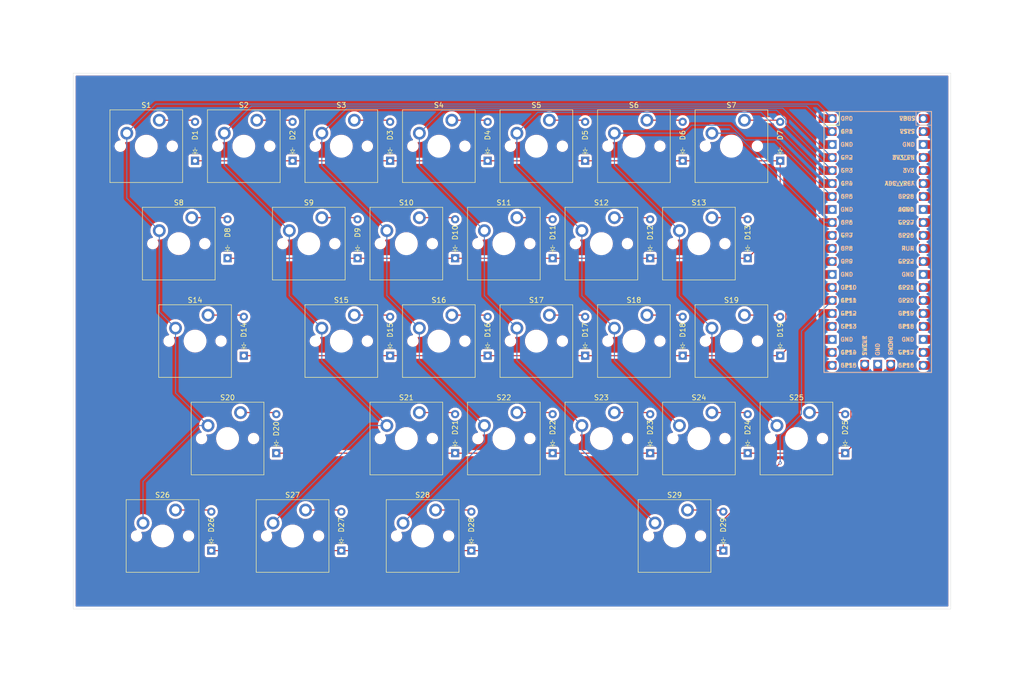
<source format=kicad_pcb>
(kicad_pcb (version 20240108) (generator "pcbnew") (generator_version "8.0")
  (layers (0 "F.Cu" signal) (31 "B.Cu" signal) (34 "B.Paste" user) (35 "F.Paste" user) (36 "B.SilkS" user "B.Silkscreen") (37 "F.SilkS" user "F.Silkscreen") (38 "B.Mask" user) (39 "F.Mask" user) (44 "Edge.Cuts" user))
  (net 0 "")
  (net 1 "Net-(D1-A)")
  (net 2 "Net-(D2-A)")
  (net 3 "Net-(D3-A)")
  (net 4 "Net-(D4-A)")
  (net 5 "Net-(D5-A)")
  (net 6 "Net-(D6-A)")
  (net 7 "Net-(D7-A)")
  (net 8 "Net-(D8-A)")
  (net 9 "Net-(D9-A)")
  (net 10 "Net-(D10-A)")
  (net 11 "Net-(D11-A)")
  (net 12 "Net-(D12-A)")
  (net 13 "Net-(D13-A)")
  (net 14 "Net-(D14-A)")
  (net 15 "Net-(D15-A)")
  (net 16 "Net-(D16-A)")
  (net 17 "Net-(D17-A)")
  (net 18 "Net-(D18-A)")
  (net 19 "Net-(D19-A)")
  (net 20 "Net-(D20-A)")
  (net 21 "Net-(D21-A)")
  (net 22 "Net-(D22-A)")
  (net 23 "Net-(D23-A)")
  (net 24 "Net-(D24-A)")
  (net 25 "Net-(D25-A)")
  (net 26 "Net-(D26-A)")
  (net 27 "Net-(D27-A)")
  (net 28 "Net-(D28-A)")
  (net 29 "Net-(D29-A)")
  (net 30 "/R 0")
  (net 31 "/R 1")
  (net 32 "/R 2")
  (net 33 "/R 3")
  (net 34 "/R 4")
  (net 35 "/C 0")
  (net 36 "/C 1")
  (net 37 "/C 2")
  (net 38 "/C 3")
  (net 39 "/C 4")
  (net 40 "/C 5")
  (net 41 "/C 6")
  (footprint "ScottoKeebs_MX:MX_PCB_1.00u" (layer "F.Cu") (at 133.35 57.15)
    (property "Reference" "S5")
    (property "Value" "Keyswitch")
  )
  (footprint "ScottoKeebs_Components:Diode_DO-35" (layer "F.Cu") (at 180.975 60.0075 90)
    (property "Reference" "D7")
    (property "Value" "Diode" (hide yes))
  )
  (footprint "ScottoKeebs_MX:MX_PCB_1.00u" (layer "F.Cu") (at 160.3375 133.35)
    (property "Reference" "S29")
    (property "Value" "Keyswitch")
  )
  (footprint "ScottoKeebs_MX:MX_PCB_1.00u" (layer "F.Cu") (at 111.125 133.35)
    (property "Reference" "S28")
    (property "Value" "Keyswitch")
  )
  (footprint "ScottoKeebs_MX:MX_PCB_1.00u" (layer "F.Cu") (at 114.3 95.25)
    (property "Reference" "S16")
    (property "Value" "Keyswitch")
  )
  (footprint "ScottoKeebs_Components:Diode_DO-35" (layer "F.Cu") (at 123.825 60.0075 90)
    (property "Reference" "D4")
    (property "Value" "Diode" (hide yes))
  )
  (footprint "ScottoKeebs_MX:MX_PCB_1.00u" (layer "F.Cu") (at 133.35 95.25)
    (property "Reference" "S17")
    (property "Value" "Keyswitch")
  )
  (footprint "ScottoKeebs_Components:Diode_DO-35" (layer "F.Cu") (at 82.55 117.1575 90)
    (property "Reference" "D20")
    (property "Value" "Diode" (hide yes))
  )
  (footprint "ScottoKeebs_MX:MX_PCB_1.00u" (layer "F.Cu") (at 66.675 95.25)
    (property "Reference" "S14")
    (property "Value" "Keyswitch")
  )
  (footprint "ScottoKeebs_Components:Diode_DO-35" (layer "F.Cu") (at 123.825 98.1075 90)
    (property "Reference" "D16")
    (property "Value" "Diode" (hide yes))
  )
  (footprint "ScottoKeebs_Components:Diode_DO-35" (layer "F.Cu") (at 155.575 79.0575 90)
    (property "Reference" "D12")
    (property "Value" "Diode" (hide yes))
  )
  (footprint "ScottoKeebs_Components:Diode_DO-35" (layer "F.Cu") (at 69.85 136.2075 90)
    (property "Reference" "D26")
    (property "Value" "Diode" (hide yes))
  )
  (footprint "ScottoKeebs_MX:MX_PCB_1.00u" (layer "F.Cu") (at 152.4 95.25)
    (property "Reference" "S18")
    (property "Value" "Keyswitch")
  )
  (footprint "ScottoKeebs_Components:Diode_DO-35" (layer "F.Cu") (at 117.475 79.0575 90)
    (property "Reference" "D10")
    (property "Value" "Diode" (hide yes))
  )
  (footprint "ScottoKeebs_Components:Diode_DO-35" (layer "F.Cu") (at 161.925 60.0075 90)
    (property "Reference" "D6")
    (property "Value" "Diode" (hide yes))
  )
  (footprint "ScottoKeebs_MX:MX_PCB_1.00u" (layer "F.Cu") (at 184.15 114.3)
    (property "Reference" "S25")
    (property "Value" "Keyswitch")
  )
  (footprint "ScottoKeebs_Components:Diode_DO-35" (layer "F.Cu") (at 174.625 117.1575 90)
    (property "Reference" "D24")
    (property "Value" "Diode" (hide yes))
  )
  (footprint "ScottoKeebs_MX:MX_PCB_1.00u" (layer "F.Cu") (at 63.5 76.2)
    (property "Reference" "S8")
    (property "Value" "Keyswitch")
  )
  (footprint "ScottoKeebs_Components:Diode_DO-35" (layer "F.Cu") (at 142.875 60.0075 90)
    (property "Reference" "D5")
    (property "Value" "Diode" (hide yes))
  )
  (footprint "ScottoKeebs_MX:MX_PCB_1.00u" (layer "F.Cu") (at 152.4 57.15)
    (property "Reference" "S6")
    (property "Value" "Keyswitch")
  )
  (footprint "ScottoKeebs_MX:MX_PCB_1.00u" (layer "F.Cu") (at 57.15 57.15)
    (property "Reference" "S1")
    (property "Value" "Keyswitch")
  )
  (footprint "ScottoKeebs_MX:MX_PCB_1.00u" (layer "F.Cu") (at 107.95 114.3)
    (property "Reference" "S21")
    (property "Value" "Keyswitch")
  )
  (footprint "ScottoKeebs_MX:MX_PCB_1.00u" (layer "F.Cu") (at 107.95 76.2)
    (property "Reference" "S10")
    (property "Value" "Keyswitch")
  )
  (footprint "ScottoKeebs_MX:MX_PCB_1.00u" (layer "F.Cu") (at 165.1 114.3)
    (property "Reference" "S24")
    (property "Value" "Keyswitch")
  )
  (footprint "ScottoKeebs_Components:Diode_DO-35" (layer "F.Cu") (at 104.775 98.1075 90)
    (property "Reference" "D15")
    (property "Value" "Diode" (hide yes))
  )
  (footprint "ScottoKeebs_Components:Diode_DO-35" (layer "F.Cu") (at 169.8625 136.2075 90)
    (property "Reference" "D29")
    (property "Value" "Diode" (hide yes))
  )
  (footprint "ScottoKeebs_MX:MX_PCB_1.00u" (layer "F.Cu") (at 171.45 57.15)
    (property "Reference" "S7")
    (property "Value" "Keyswitch")
  )
  (footprint "ScottoKeebs_Components:Diode_DO-35" (layer "F.Cu") (at 180.975 98.1075 90)
    (property "Reference" "D19")
    (property "Value" "Diode" (hide yes))
  )
  (footprint "ScottoKeebs_Components:Diode_DO-35" (layer "F.Cu") (at 117.475 117.1575 90)
    (property "Reference" "D21")
    (property "Value" "Diode" (hide yes))
  )
  (footprint "ScottoKeebs_Components:Diode_DO-35" (layer "F.Cu") (at 161.925 98.1075 90)
    (property "Reference" "D18")
    (property "Value" "Diode" (hide yes))
  )
  (footprint "ScottoKeebs_MX:MX_PCB_1.00u" (layer "F.Cu") (at 127 114.3)
    (property "Reference" "S22")
    (property "Value" "Keyswitch")
  )
  (footprint "ScottoKeebs_Components:Diode_DO-35" (layer "F.Cu") (at 95.25 136.2075 90)
    (property "Reference" "D27")
    (property "Value" "Diode" (hide yes))
  )
  (footprint "ScottoKeebs_Components:Diode_DO-35" (layer "F.Cu") (at 120.65 136.2075 90)
    (property "Reference" "D28")
    (property "Value" "Diode" (hide yes))
  )
  (footprint "ScottoKeebs_Components:Diode_DO-35" (layer "F.Cu") (at 104.775 60.0075 90)
    (property "Reference" "D3")
    (property "Value" "Diode" (hide yes))
  )
  (footprint "ScottoKeebs_MX:MX_PCB_1.00u" (layer "F.Cu") (at 95.25 57.15)
    (property "Reference" "S3")
    (property "Value" "Keyswitch")
  )
  (footprint "ScottoKeebs_Components:Diode_DO-35" (layer "F.Cu") (at 174.625 79.0575 90)
    (property "Reference" "D13")
    (property "Value" "Diode" (hide yes))
  )
  (footprint "ScottoKeebs_Components:Diode_DO-35" (layer "F.Cu") (at 155.575 117.1575 90)
    (property "Reference" "D23")
    (property "Value" "Diode" (hide yes))
  )
  (footprint "ScottoKeebs_Components:Diode_DO-35" (layer "F.Cu") (at 66.675 60.0075 90)
    (property "Reference" "D1")
    (property "Value" "Diode" (hide yes))
  )
  (footprint "ScottoKeebs_MX:MX_PCB_1.00u" (layer "F.Cu") (at 146.05 76.2)
    (property "Reference" "S12")
    (property "Value" "Keyswitch")
  )
  (footprint "ScottoKeebs_Components:Diode_DO-35" (layer "F.Cu") (at 193.675 117.1575 90)
    (property "Reference" "D25")
    (property "Value" "Diode" (hide yes))
  )
  (footprint "ScottoKeebs_MX:MX_PCB_1.00u" (layer "F.Cu") (at 60.325 133.35)
    (property "Reference" "S26")
    (property "Value" "Keyswitch")
  )
  (footprint "ScottoKeebs_Components:Diode_DO-35" (layer "F.Cu") (at 73.025 79.0575 90)
    (property "Reference" "D8")
    (property "Value" "Diode" (hide yes))
  )
  (footprint "ScottoKeebs_MX:MX_PCB_1.00u" (layer "F.Cu") (at 127 76.2)
    (property "Reference" "S11")
    (property "Value" "Keyswitch")
  )
  (footprint "ScottoKeebs_MX:MX_PCB_1.00u" (layer "F.Cu") (at 88.9 76.2)
    (property "Reference" "S9")
    (property "Value" "Keyswitch")
  )
  (footprint "ScottoKeebs_MX:MX_PCB_1.00u" (layer "F.Cu") (at 146.05 114.3)
    (property "Reference" "S23")
    (property "Value" "Keyswitch")
  )
  (footprint "ScottoKeebs_MX:MX_PCB_1.00u" (layer "F.Cu") (at 114.3 57.15)
    (property "Reference" "S4")
    (property "Value" "Keyswitch")
  )
  (footprint "ScottoKeebs_MX:MX_PCB_1.00u" (layer "F.Cu") (at 73.025 114.3)
    (property "Reference" "S20")
    (property "Value" "Keyswitch")
  )
  (footprint "ScottoKeebs_MX:MX_PCB_1.00u" (layer "F.Cu") (at 165.1 76.2)
    (property "Reference" "S13")
    (property "Value" "Keyswitch")
  )
  (footprint "ScottoKeebs_Components:Diode_DO-35" (layer "F.Cu") (at 136.525 117.1575 90)
    (property "Reference" "D22")
    (property "Value" "Diode" (hide yes))
  )
  (footprint "ScottoKeebs_Components:Diode_DO-35" (layer "F.Cu") (at 98.425 79.0575 90)
    (property "Reference" "D9")
    (property "Value" "Diode" (hide yes))
  )
  (footprint "ScottoKeebs_MX:MX_PCB_1.00u" (layer "F.Cu") (at 171.45 95.25)
    (property "Reference" "S19")
    (property "Value" "Keyswitch")
  )
  (footprint "ScottoKeebs_MX:MX_PCB_1.00u" (layer "F.Cu") (at 76.2 57.15)
    (property "Reference" "S2")
    (property "Value" "Keyswitch")
  )
  (footprint "ScottoKeebs_MCU:Raspberry_Pi_Pico" (layer "F.Cu") (at 200.025 75.8825)
    (property "Reference" "U1" (hide yes))
    (property "Value" "Raspberry_Pi_Pico" (hide yes))
  )
  (footprint "ScottoKeebs_MX:MX_PCB_1.00u" (layer "F.Cu") (at 85.725 133.35)
    (property "Reference" "S27")
    (property "Value" "Keyswitch")
  )
  (footprint "ScottoKeebs_Components:Diode_DO-35" (layer "F.Cu") (at 76.2 98.1075 90)
    (property "Reference" "D14")
    (property "Value" "Diode" (hide yes))
  )
  (footprint "ScottoKeebs_Components:Diode_DO-35" (layer "F.Cu") (at 85.725 60.0075 90)
    (property "Reference" "D2")
    (property "Value" "Diode" (hide yes))
  )
  (footprint "ScottoKeebs_MX:MX_PCB_1.00u" (layer "F.Cu") (at 95.25 95.25)
    (property "Reference" "S15")
    (property "Value" "Keyswitch")
  )
  (footprint "ScottoKeebs_Components:Diode_DO-35" (layer "F.Cu") (at 136.525 79.0575 90)
    (property "Reference" "D11")
    (property "Value" "Diode" (hide yes))
  )
  (footprint "ScottoKeebs_Components:Diode_DO-35" (layer "F.Cu") (at 142.875 98.1075 90)
    (property "Reference" "D17")
    (property "Value" "Diode" (hide yes))
  )
  (gr_rect (start 42.8625 42.8625) (end 214.3125 147.6375) (stroke (width 0.05)) (fill none) (layer "Edge.Cuts"))
  (segment (start 59.69 52.07) (end 66.3575 52.07) (width 0.2) (layer "F.Cu") (net 1))
  (segment (start 66.3575 52.07) (end 66.675 52.3875) (width 0.2) (layer "F.Cu") (net 1))
  (segment (start 78.74 52.07) (end 85.4075 52.07) (width 0.2) (layer "F.Cu") (net 2))
  (segment (start 85.4075 52.07) (end 85.725 52.3875) (width 0.2) (layer "F.Cu") (net 2))
  (segment (start 104.4575 52.07) (end 104.775 52.3875) (width 0.2) (layer "F.Cu") (net 3))
  (segment (start 97.79 52.07) (end 104.4575 52.07) (width 0.2) (layer "F.Cu") (net 3))
  (segment (start 123.5075 52.07) (end 123.825 52.3875) (width 0.2) (layer "F.Cu") (net 4))
  (segment (start 116.84 52.07) (end 123.5075 52.07) (width 0.2) (layer "F.Cu") (net 4))
  (segment (start 142.5575 52.07) (end 142.875 52.3875) (width 0.2) (layer "F.Cu") (net 5))
  (segment (start 135.89 52.07) (end 142.5575 52.07) (width 0.2) (layer "F.Cu") (net 5))
  (segment (start 161.6075 52.07) (end 161.925 52.3875) (width 0.2) (layer "F.Cu") (net 6))
  (segment (start 154.94 52.07) (end 161.6075 52.07) (width 0.2) (layer "F.Cu") (net 6))
  (segment (start 180.6575 52.07) (end 180.975 52.3875) (width 0.2) (layer "F.Cu") (net 7))
  (segment (start 173.99 52.07) (end 180.6575 52.07) (width 0.2) (layer "F.Cu") (net 7))
  (segment (start 72.7075 71.12) (end 73.025 71.4375) (width 0.2) (layer "F.Cu") (net 8))
  (segment (start 66.04 71.12) (end 72.7075 71.12) (width 0.2) (layer "F.Cu") (net 8))
  (segment (start 91.44 71.12) (end 98.1075 71.12) (width 0.2) (layer "F.Cu") (net 9))
  (segment (start 98.1075 71.12) (end 98.425 71.4375) (width 0.2) (layer "F.Cu") (net 9))
  (segment (start 117.1575 71.12) (end 117.475 71.4375) (width 0.2) (layer "F.Cu") (net 10))
  (segment (start 110.49 71.12) (end 117.1575 71.12) (width 0.2) (layer "F.Cu") (net 10))
  (segment (start 129.54 71.12) (end 136.2075 71.12) (width 0.2) (layer "F.Cu") (net 11))
  (segment (start 136.2075 71.12) (end 136.525 71.4375) (width 0.2) (layer "F.Cu") (net 11))
  (segment (start 148.59 71.12) (end 155.2575 71.12) (width 0.2) (layer "F.Cu") (net 12))
  (segment (start 155.2575 71.12) (end 155.575 71.4375) (width 0.2) (layer "F.Cu") (net 12))
  (segment (start 174.3075 71.12) (end 174.625 71.4375) (width 0.2) (layer "F.Cu") (net 13))
  (segment (start 167.64 71.12) (end 174.3075 71.12) (width 0.2) (layer "F.Cu") (net 13))
  (segment (start 69.215 90.17) (end 75.8825 90.17) (width 0.2) (layer "F.Cu") (net 14))
  (segment (start 75.8825 90.17) (end 76.2 90.4875) (width 0.2) (layer "F.Cu") (net 14))
  (segment (start 104.4575 90.17) (end 104.775 90.4875) (width 0.2) (layer "F.Cu") (net 15))
  (segment (start 97.79 90.17) (end 104.4575 90.17) (width 0.2) (layer "F.Cu") (net 15))
  (segment (start 123.5075 90.17) (end 123.825 90.4875) (width 0.2) (layer "F.Cu") (net 16))
  (segment (start 116.84 90.17) (end 123.5075 90.17) (width 0.2) (layer "F.Cu") (net 16))
  (segment (start 142.5575 90.17) (end 142.875 90.4875) (width 0.2) (layer "F.Cu") (net 17))
  (segment (start 135.89 90.17) (end 142.5575 90.17) (width 0.2) (layer "F.Cu") (net 17))
  (segment (start 161.6075 90.17) (end 161.925 90.4875) (width 0.2) (layer "F.Cu") (net 18))
  (segment (start 154.94 90.17) (end 161.6075 90.17) (width 0.2) (layer "F.Cu") (net 18))
  (segment (start 180.6575 90.17) (end 180.975 90.4875) (width 0.2) (layer "F.Cu") (net 19))
  (segment (start 173.99 90.17) (end 180.6575 90.17) (width 0.2) (layer "F.Cu") (net 19))
  (segment (start 75.565 109.22) (end 82.2325 109.22) (width 0.2) (layer "F.Cu") (net 20))
  (segment (start 82.2325 109.22) (end 82.55 109.5375) (width 0.2) (layer "F.Cu") (net 20))
  (segment (start 110.49 109.22) (end 117.1575 109.22) (width 0.2) (layer "F.Cu") (net 21))
  (segment (start 117.1575 109.22) (end 117.475 109.5375) (width 0.2) (layer "F.Cu") (net 21))
  (segment (start 136.2075 109.22) (end 136.525 109.5375) (width 0.2) (layer "F.Cu") (net 22))
  (segment (start 129.54 109.22) (end 136.2075 109.22) (width 0.2) (layer "F.Cu") (net 22))
  (segment (start 155.2575 109.22) (end 155.575 109.5375) (width 0.2) (layer "F.Cu") (net 23))
  (segment (start 148.59 109.22) (end 155.2575 109.22) (width 0.2) (layer "F.Cu") (net 23))
  (segment (start 174.3075 109.22) (end 174.625 109.5375) (width 0.2) (layer "F.Cu") (net 24))
  (segment (start 167.64 109.22) (end 174.3075 109.22) (width 0.2) (layer "F.Cu") (net 24))
  (segment (start 186.69 109.22) (end 193.3575 109.22) (width 0.2) (layer "F.Cu") (net 25))
  (segment (start 193.3575 109.22) (end 193.675 109.5375) (width 0.2) (layer "F.Cu") (net 25))
  (segment (start 62.865 128.27) (end 69.5325 128.27) (width 0.2) (layer "F.Cu") (net 26))
  (segment (start 69.5325 128.27) (end 69.85 128.5875) (width 0.2) (layer "F.Cu") (net 26))
  (segment (start 88.265 128.27) (end 94.9325 128.27) (width 0.2) (layer "F.Cu") (net 27))
  (segment (start 94.9325 128.27) (end 95.25 128.5875) (width 0.2) (layer "F.Cu") (net 27))
  (segment (start 113.665 128.27) (end 120.3325 128.27) (width 0.2) (layer "F.Cu") (net 28))
  (segment (start 120.3325 128.27) (end 120.65 128.5875) (width 0.2) (layer "F.Cu") (net 28))
  (segment (start 169.545 128.27) (end 169.8625 128.5875) (width 0.2) (layer "F.Cu") (net 29))
  (segment (start 162.8775 128.27) (end 169.545 128.27) (width 0.2) (layer "F.Cu") (net 29))
  (segment (start 180.975 60.0075) (end 180.975 66.0125) (width 0.2) (layer "F.Cu") (net 30))
  (segment (start 180.975 66.0125) (end 189.575 74.6125) (width 0.2) (layer "F.Cu") (net 30))
  (segment (start 66.675 60.0075) (end 180.975 60.0075) (width 0.2) (layer "F.Cu") (net 30))
  (segment (start 189.575 74.6125) (end 191.135 74.6125) (width 0.2) (layer "F.Cu") (net 30))
  (segment (start 174.625 79.0575) (end 176.53 77.1525) (width 0.2) (layer "F.Cu") (net 31))
  (segment (start 73.025 79.0575) (end 174.625 79.0575) (width 0.2) (layer "F.Cu") (net 31))
  (segment (start 176.53 77.1525) (end 191.135 77.1525) (width 0.2) (layer "F.Cu") (net 31))
  (segment (start 187.0075 79.6925) (end 191.135 79.6925) (width 0.2) (layer "F.Cu") (net 32))
  (segment (start 76.2 98.1075) (end 180.975 98.1075) (width 0.2) (layer "F.Cu") (net 32))
  (segment (start 182.075 97.0075) (end 182.075 84.625) (width 0.2) (layer "F.Cu") (net 32))
  (segment (start 182.075 84.625) (end 187.0075 79.6925) (width 0.2) (layer "F.Cu") (net 32))
  (segment (start 180.975 98.1075) (end 182.075 97.0075) (width 0.2) (layer "F.Cu") (net 32))
  (segment (start 194.775 116.0575) (end 194.775 88.4125) (width 0.2) (layer "F.Cu") (net 33))
  (segment (start 82.55 117.1575) (end 193.675 117.1575) (width 0.2) (layer "F.Cu") (net 33))
  (segment (start 194.775 88.4125) (end 191.135 84.7725) (width 0.2) (layer "F.Cu") (net 33))
  (segment (start 193.675 117.1575) (end 194.775 116.0575) (width 0.2) (layer "F.Cu") (net 33))
  (segment (start 169.8625 130.175) (end 180.975 119.0625) (width 0.2) (layer "F.Cu") (net 34))
  (segment (start 69.85 136.2075) (end 169.8625 136.2075) (width 0.2) (layer "F.Cu") (net 34))
  (segment (start 169.8625 136.2075) (end 169.8625 130.175) (width 0.2) (layer "F.Cu") (net 34))
  (via (at 180.975 119.0625) (size 0.6) (drill 0.3) (layers "F.Cu" "B.Cu") (net 34))
  (segment (start 180.975 119.0625) (end 180.975 113.7025) (width 0.2) (layer "B.Cu") (net 34))
  (segment (start 180.975 113.7025) (end 185.14 109.5375) (width 0.2) (layer "B.Cu") (net 34))
  (segment (start 185.14 93.3075) (end 191.135 87.3125) (width 0.2) (layer "B.Cu") (net 34))
  (segment (start 185.14 109.5375) (end 185.14 93.3075) (width 0.2) (layer "B.Cu") (net 34))
  (segment (start 188.3025 48.92) (end 59.03 48.92) (width 0.2) (layer "B.Cu") (net 35))
  (segment (start 191.135 51.7525) (end 188.3025 48.92) (width 0.2) (layer "B.Cu") (net 35))
  (segment (start 53.34 54.61) (end 53.34 67.31) (width 0.2) (layer "B.Cu") (net 35))
  (segment (start 62.865 105.41) (end 69.215 111.76) (width 0.2) (layer "B.Cu") (net 35))
  (segment (start 62.865 92.71) (end 62.865 105.41) (width 0.2) (layer "B.Cu") (net 35))
  (segment (start 69.215 111.76) (end 67.447234 111.76) (width 0.2) (layer "B.Cu") (net 35))
  (segment (start 53.34 67.31) (end 59.69 73.66) (width 0.2) (layer "B.Cu") (net 35))
  (segment (start 56.515 122.692234) (end 56.515 130.81) (width 0.2) (layer "B.Cu") (net 35))
  (segment (start 67.447234 111.76) (end 56.515 122.692234) (width 0.2) (layer "B.Cu") (net 35))
  (segment (start 59.69 89.535) (end 62.865 92.71) (width 0.2) (layer "B.Cu") (net 35))
  (segment (start 59.03 48.92) (end 53.34 54.61) (width 0.2) (layer "B.Cu") (net 35))
  (segment (start 59.69 73.66) (end 59.69 89.535) (width 0.2) (layer "B.Cu") (net 35))
  (segment (start 85.09 86.36) (end 91.44 92.71) (width 0.2) (layer "B.Cu") (net 36))
  (segment (start 72.39 60.96) (end 85.09 73.66) (width 0.2) (layer "B.Cu") (net 36))
  (segment (start 91.44 92.71) (end 91.44 99.06) (width 0.2) (layer "B.Cu") (net 36))
  (segment (start 104.14 111.76) (end 100.965 111.76) (width 0.2) (layer "B.Cu") (net 36))
  (segment (start 186.1625 49.32) (end 191.135 54.2925) (width 0.2) (layer "B.Cu") (net 36))
  (segment (start 85.09 73.66) (end 85.09 86.36) (width 0.2) (layer "B.Cu") (net 36))
  (segment (start 72.39 54.61) (end 72.39 60.96) (width 0.2) (layer "B.Cu") (net 36))
  (segment (start 100.965 111.76) (end 81.915 130.81) (width 0.2) (layer "B.Cu") (net 36))
  (segment (start 77.68 49.32) (end 186.1625 49.32) (width 0.2) (layer "B.Cu") (net 36))
  (segment (start 91.44 99.06) (end 104.14 111.76) (width 0.2) (layer "B.Cu") (net 36))
  (segment (start 72.39 54.61) (end 77.68 49.32) (width 0.2) (layer "B.Cu") (net 36))
  (segment (start 91.44 54.61) (end 96.33 49.72) (width 0.2) (layer "B.Cu") (net 37))
  (segment (start 104.14 86.36) (end 110.49 92.71) (width 0.2) (layer "B.Cu") (net 37))
  (segment (start 110.49 99.06) (end 123.19 111.76) (width 0.2) (layer "B.Cu") (net 37))
  (segment (start 110.49 92.71) (end 110.49 99.06) (width 0.2) (layer "B.Cu") (net 37))
  (segment (start 123.19 111.76) (end 123.19 114.935) (width 0.2) (layer "B.Cu") (net 37))
  (segment (start 96.33 49.72) (end 181.4825 49.72) (width 0.2) (layer "B.Cu") (net 37))
  (segment (start 91.44 54.61) (end 91.44 60.96) (width 0.2) (layer "B.Cu") (net 37))
  (segment (start 104.14 73.66) (end 104.14 86.36) (width 0.2) (layer "B.Cu") (net 37))
  (segment (start 123.19 114.935) (end 107.315 130.81) (width 0.2) (layer "B.Cu") (net 37))
  (segment (start 181.4825 49.72) (end 191.135 59.3725) (width 0.2) (layer "B.Cu") (net 37))
  (segment (start 91.44 60.96) (end 104.14 73.66) (width 0.2) (layer "B.Cu") (net 37))
  (segment (start 180.263135 50.12) (end 182.075 51.931865) (width 0.2) (layer "B.Cu") (net 38))
  (segment (start 129.54 92.71) (end 129.54 99.06) (width 0.2) (layer "B.Cu") (net 38))
  (segment (start 129.54 99.06) (end 142.24 111.76) (width 0.2) (layer "B.Cu") (net 38))
  (segment (start 123.19 86.36) (end 129.54 92.71) (width 0.2) (layer "B.Cu") (net 38))
  (segment (start 142.24 116.5225) (end 156.5275 130.81) (width 0.2) (layer "B.Cu") (net 38))
  (segment (start 110.49 60.96) (end 123.19 73.66) (width 0.2) (layer "B.Cu") (net 38))
  (segment (start 182.075 52.8525) (end 191.135 61.9125) (width 0.2) (layer "B.Cu") (net 38))
  (segment (start 110.49 54.61) (end 114.98 50.12) (width 0.2) (layer "B.Cu") (net 38))
  (segment (start 182.075 51.931865) (end 182.075 52.8525) (width 0.2) (layer "B.Cu") (net 38))
  (segment (start 142.24 111.76) (end 142.24 116.5225) (width 0.2) (layer "B.Cu") (net 38))
  (segment (start 110.49 54.61) (end 110.49 60.96) (width 0.2) (layer "B.Cu") (net 38))
  (segment (start 123.19 73.66) (end 123.19 86.36) (width 0.2) (layer "B.Cu") (net 38))
  (segment (start 114.98 50.12) (end 180.263135 50.12) (width 0.2) (layer "B.Cu") (net 38))
  (segment (start 142.24 73.66) (end 142.24 86.36) (width 0.2) (layer "B.Cu") (net 39))
  (segment (start 148.59 99.06) (end 161.29 111.76) (width 0.2) (layer "B.Cu") (net 39))
  (segment (start 133.63 50.52) (end 177.2025 50.52) (width 0.2) (layer "B.Cu") (net 39))
  (segment (start 142.24 86.36) (end 148.59 92.71) (width 0.2) (layer "B.Cu") (net 39))
  (segment (start 148.59 92.71) (end 148.59 99.06) (width 0.2) (layer "B.Cu") (net 39))
  (segment (start 129.54 54.61) (end 133.63 50.52) (width 0.2) (layer "B.Cu") (net 39))
  (segment (start 129.54 60.96) (end 142.24 73.66) (width 0.2) (layer "B.Cu") (net 39))
  (segment (start 129.54 54.61) (end 129.54 60.96) (width 0.2) (layer "B.Cu") (net 39))
  (segment (start 177.2025 50.52) (end 191.135 64.4525) (width 0.2) (layer "B.Cu") (net 39))
  (segment (start 171.249088 53.06) (end 174.114088 55.925) (width 0.2) (layer "B.Cu") (net 40))
  (segment (start 148.59 60.96) (end 161.29 73.66) (width 0.2) (layer "B.Cu") (net 40))
  (segment (start 162.097588 54.61) (end 163.647588 53.06) (width 0.2) (layer "B.Cu") (net 40))
  (segment (start 148.59 54.61) (end 148.59 60.96) (width 0.2) (layer "B.Cu") (net 40))
  (segment (start 167.64 99.06) (end 180.34 111.76) (width 0.2) (layer "B.Cu") (net 40))
  (segment (start 161.29 86.36) (end 167.64 92.71) (width 0.2) (layer "B.Cu") (net 40))
  (segment (start 180.0675 55.925) (end 191.135 66.9925) (width 0.2) (layer "B.Cu") (net 40))
  (segment (start 167.64 92.71) (end 167.64 99.06) (width 0.2) (layer "B.Cu") (net 40))
  (segment (start 174.114088 55.925) (end 180.0675 55.925) (width 0.2) (layer "B.Cu") (net 40))
  (segment (start 163.647588 53.06) (end 171.249088 53.06) (width 0.2) (layer "B.Cu") (net 40))
  (segment (start 161.29 73.66) (end 161.29 86.36) (width 0.2) (layer "B.Cu") (net 40))
  (segment (start 148.59 54.61) (end 162.097588 54.61) (width 0.2) (layer "B.Cu") (net 40))
  (segment (start 167.64 54.61) (end 172.233402 54.61) (width 0.2) (layer "B.Cu") (net 41))
  (segment (start 189.695902 72.0725) (end 191.135 72.0725) (width 0.2) (layer "B.Cu") (net 41))
  (segment (start 172.233402 54.61) (end 189.695902 72.0725) (width 0.2) (layer "B.Cu") (net 41))
  (zone (net 0) (net_name "") (layers "F&B.Cu") (connect_pads (clearance 0.5)) (min_thickness 0.25) (fill yes (thermal_gap 0.5) (thermal_bridge_width 0.5) (island_removal_mode 1) (island_area_min 10))
    (polygon (pts (xy 28.575 33.3375) (xy 228.6 28.575) (xy 228.6 161.925) (xy 33.3375 161.925)))
  )
)
</source>
